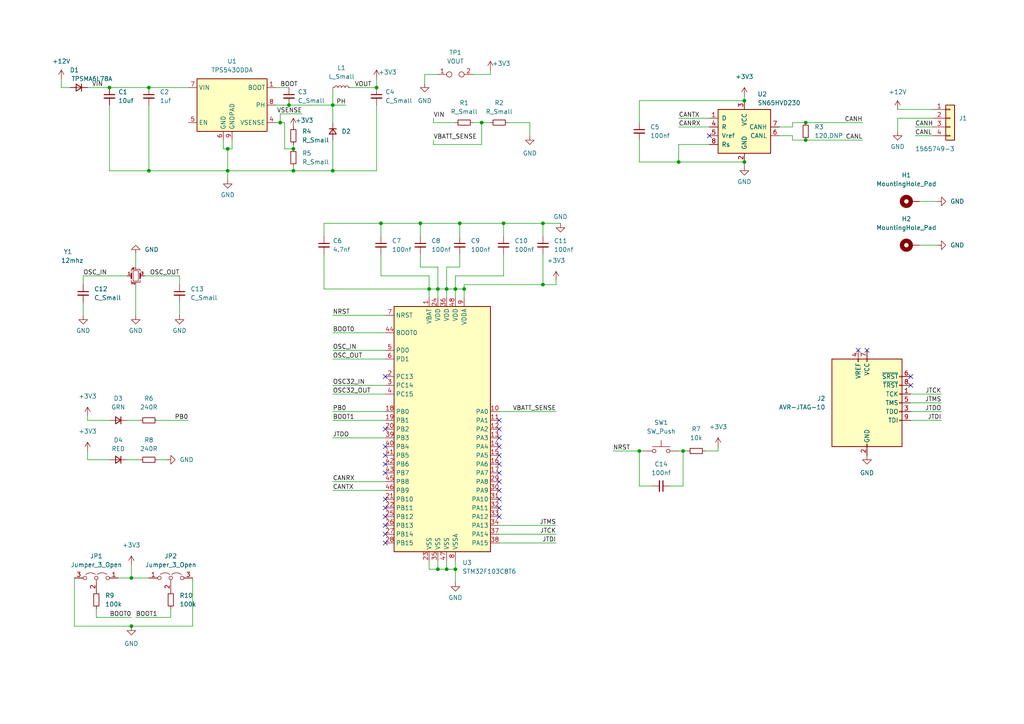
<source format=kicad_sch>
(kicad_sch (version 20211123) (generator eeschema)
  (paper "A4")
  (lib_symbols
    (symbol "Connector:AVR-JTAG-10" (pin_names (offset 1.016))
      (property "Reference" "J" (at -8.89 13.97 0))
      (property "Value" "AVR-JTAG-10" (at 1.27 13.97 0))
      (symbol "AVR-JTAG-10_0_1"
        (rectangle (start -2.667 12.7) (end -2.413 11.938))
        (rectangle (start -0.127 -11.938) (end 0.127 -12.7))
        (rectangle (start -0.127 12.7) (end 0.127 11.938))
        (rectangle (start 10.16 -4.953) (end 9.398 -5.207))
        (rectangle (start 10.16 -2.413) (end 9.398 -2.667))
        (rectangle (start 10.16 0.127) (end 9.398 -0.127))
        (rectangle (start 10.16 2.667) (end 9.398 2.413))
        (rectangle (start 10.16 5.207) (end 9.398 4.953))
        (rectangle (start 10.16 7.747) (end 9.398 7.493))
        (rectangle (start 10.16 12.7) (end -10.16 -12.7) (stroke (width 0.254)) (fill (type background)))
      )
      (symbol "AVR-JTAG-10_1_1"
        (pin passive line (at 12.7 2.54 180) (length 2.54) (name "TCK") (number "1"))
        (pin passive line (at 0 -15.24 90) (length 2.54) hide (name "GND") (number "10"))
        (pin passive line (at 0 -15.24 90) (length 2.54) (name "GND") (number "2"))
        (pin passive line (at 12.7 -2.54 180) (length 2.54) (name "TDO") (number "3"))
        (pin passive line (at -2.54 15.24 270) (length 2.54) (name "VREF") (number "4"))
        (pin passive line (at 12.7 0 180) (length 2.54) (name "TMS") (number "5"))
        (pin passive line (at 12.7 7.62 180) (length 2.54) (name "~{SRST}") (number "6"))
        (pin passive line (at 0 15.24 270) (length 2.54) (name "VCC") (number "7"))
        (pin passive line (at 12.7 5.08 180) (length 2.54) (name "~{TRST}") (number "8"))
        (pin passive line (at 12.7 -5.08 180) (length 2.54) (name "TDI") (number "9"))
      )
    )
    (symbol "Connector:TestPoint_2Pole" (pin_names (offset 0.762) hide)
      (property "Reference" "TP" (at 0 1.524 0))
      (property "Value" "TestPoint_2Pole" (at 0 -1.778 0))
      (symbol "TestPoint_2Pole_0_1"
        (circle (center -1.778 0) (radius 0.762))
        (circle (center 1.778 0) (radius 0.762))
        (pin passive line (at -5.08 0 0) (length 2.54) (name "1") (number "1"))
        (pin passive line (at 5.08 0 180) (length 2.54) (name "2") (number "2"))
      )
    )
    (symbol "Connector_Generic:Conn_01x04" (pin_names (offset 1.016) hide)
      (property "Reference" "J" (at 0 5.08 0))
      (property "Value" "Conn_01x04" (at 0 -7.62 0))
      (symbol "Conn_01x04_1_1"
        (rectangle (start -1.27 -4.953) (end 0 -5.207) (stroke (width 0.1524)))
        (rectangle (start -1.27 -2.413) (end 0 -2.667) (stroke (width 0.1524)))
        (rectangle (start -1.27 0.127) (end 0 -0.127) (stroke (width 0.1524)))
        (rectangle (start -1.27 2.667) (end 0 2.413) (stroke (width 0.1524)))
        (rectangle (start -1.27 3.81) (end 1.27 -6.35) (stroke (width 0.254)) (fill (type background)))
        (pin passive line (at -5.08 2.54 0) (length 3.81) (name "Pin_1") (number "1"))
        (pin passive line (at -5.08 0 0) (length 3.81) (name "Pin_2") (number "2"))
        (pin passive line (at -5.08 -2.54 0) (length 3.81) (name "Pin_3") (number "3"))
        (pin passive line (at -5.08 -5.08 0) (length 3.81) (name "Pin_4") (number "4"))
      )
    )
    (symbol "Device:C_Small" (pin_numbers hide) (pin_names (offset 0.254) hide)
      (property "Reference" "C" (at 0.254 1.778 0))
      (property "Value" "C_Small" (at 0.254 -2.032 0))
      (symbol "C_Small_0_1"
        (polyline (pts (xy -1.524 -0.508) (xy 1.524 -0.508)) (stroke (width 0.3302)))
        (polyline (pts (xy -1.524 0.508) (xy 1.524 0.508)) (stroke (width 0.3048)))
      )
      (symbol "C_Small_1_1"
        (pin passive line (at 0 2.54 270) (length 2.032) (name "~") (number "1"))
        (pin passive line (at 0 -2.54 90) (length 2.032) (name "~") (number "2"))
      )
    )
    (symbol "Device:Crystal_GND24_Small" (pin_names (offset 1.016) hide)
      (property "Reference" "Y" (at 1.27 4.445 0))
      (property "Value" "Crystal_GND24_Small" (at 1.27 2.54 0))
      (symbol "Crystal_GND24_Small_0_1"
        (rectangle (start -0.762 -1.524) (end 0.762 1.524))
        (polyline (pts (xy -1.27 -0.762) (xy -1.27 0.762)) (stroke (width 0.381)))
        (polyline (pts (xy 1.27 -0.762) (xy 1.27 0.762)) (stroke (width 0.381)))
        (polyline (pts (xy -1.27 -1.27) (xy -1.27 -1.905) (xy 1.27 -1.905) (xy 1.27 -1.27)))
        (polyline (pts (xy -1.27 1.27) (xy -1.27 1.905) (xy 1.27 1.905) (xy 1.27 1.27)))
      )
      (symbol "Crystal_GND24_Small_1_1"
        (pin passive line (at -2.54 0 0) (length 1.27) (name "1") (number "1"))
        (pin passive line (at 0 -2.54 90) (length 0.635) (name "2") (number "2"))
        (pin passive line (at 2.54 0 180) (length 1.27) (name "3") (number "3"))
        (pin passive line (at 0 2.54 270) (length 0.635) (name "4") (number "4"))
      )
    )
    (symbol "Device:D_Small" (pin_numbers hide) (pin_names (offset 0.254) hide)
      (property "Reference" "D" (at -1.27 2.032 0))
      (property "Value" "D_Small" (at -3.81 -2.032 0))
      (symbol "D_Small_0_1"
        (polyline (pts (xy -0.762 -1.016) (xy -0.762 1.016)) (stroke (width 0.254)))
        (polyline (pts (xy -0.762 0) (xy 0.762 0)))
        (polyline (pts (xy 0.762 -1.016) (xy -0.762 0) (xy 0.762 1.016) (xy 0.762 -1.016)) (stroke (width 0.254)))
      )
      (symbol "D_Small_1_1"
        (pin passive line (at -2.54 0 0) (length 1.778) (name "K") (number "1"))
        (pin passive line (at 2.54 0 180) (length 1.778) (name "A") (number "2"))
      )
    )
    (symbol "Device:L_Small" (pin_numbers hide) (pin_names (offset 0.254) hide)
      (property "Reference" "L" (at 0.762 1.016 0))
      (property "Value" "L_Small" (at 0.762 -1.016 0))
      (symbol "L_Small_0_1"
        (arc (start 0 -2.032) (mid 0.508 -1.524) (end 0 -1.016))
        (arc (start 0 -1.016) (mid 0.508 -0.508) (end 0 0))
        (arc (start 0 0) (mid 0.508 0.508) (end 0 1.016))
        (arc (start 0 1.016) (mid 0.508 1.524) (end 0 2.032))
      )
      (symbol "L_Small_1_1"
        (pin passive line (at 0 2.54 270) (length 0.508) (name "~") (number "1"))
        (pin passive line (at 0 -2.54 90) (length 0.508) (name "~") (number "2"))
      )
    )
    (symbol "Device:R_Small" (pin_numbers hide) (pin_names (offset 0.254) hide)
      (property "Reference" "R" (at 0.762 0.508 0))
      (property "Value" "R_Small" (at 0.762 -1.016 0))
      (symbol "R_Small_0_1"
        (rectangle (start -0.762 1.778) (end 0.762 -1.778) (stroke (width 0.2032)))
      )
      (symbol "R_Small_1_1"
        (pin passive line (at 0 2.54 270) (length 0.762) (name "~") (number "1"))
        (pin passive line (at 0 -2.54 90) (length 0.762) (name "~") (number "2"))
      )
    )
    (symbol "Interface_CAN_LIN:SN65HVD230" (pin_names (offset 1.016))
      (property "Reference" "U" (at -2.54 10.16 0))
      (property "Value" "SN65HVD230" (at -2.54 7.62 0))
      (symbol "SN65HVD230_0_1"
        (rectangle (start -7.62 5.08) (end 7.62 -7.62) (stroke (width 0.254)) (fill (type background)))
      )
      (symbol "SN65HVD230_1_1"
        (pin input line (at -10.16 2.54 0) (length 2.54) (name "D") (number "1"))
        (pin power_in line (at 0 -10.16 90) (length 2.54) (name "GND") (number "2"))
        (pin power_in line (at 0 7.62 270) (length 2.54) (name "VCC") (number "3"))
        (pin output line (at -10.16 0 0) (length 2.54) (name "R") (number "4"))
        (pin output line (at -10.16 -2.54 0) (length 2.54) (name "Vref") (number "5"))
        (pin bidirectional line (at 10.16 -2.54 180) (length 2.54) (name "CANL") (number "6"))
        (pin bidirectional line (at 10.16 0 180) (length 2.54) (name "CANH") (number "7"))
        (pin input line (at -10.16 -5.08 0) (length 2.54) (name "Rs") (number "8"))
      )
    )
    (symbol "Jumper:Jumper_3_Open" (pin_names (offset 0) hide)
      (property "Reference" "JP" (at -2.54 -2.54 0))
      (property "Value" "Jumper_3_Open" (at 0 2.794 0))
      (symbol "Jumper_3_Open_0_0"
        (circle (center -3.302 0) (radius 0.508))
        (circle (center 0 0) (radius 0.508))
        (circle (center 3.302 0) (radius 0.508))
      )
      (symbol "Jumper_3_Open_0_1"
        (arc (start -0.254 1.016) (mid -1.651 1.4992) (end -3.048 1.016))
        (polyline (pts (xy 0 -0.508) (xy 0 -1.27)))
        (arc (start 3.048 1.016) (mid 1.651 1.4992) (end 0.254 1.016))
      )
      (symbol "Jumper_3_Open_1_1"
        (pin passive line (at -6.35 0 0) (length 2.54) (name "A") (number "1"))
        (pin passive line (at 0 -3.81 90) (length 2.54) (name "C") (number "2"))
        (pin passive line (at 6.35 0 180) (length 2.54) (name "B") (number "3"))
      )
    )
    (symbol "MCU_ST_STM32F1:STM32F103C8Tx"
      (property "Reference" "U" (at -15.24 36.83 0))
      (property "Value" "STM32F103C8Tx" (at 7.62 36.83 0))
      (symbol "STM32F103C8Tx_0_1"
        (rectangle (start -15.24 -35.56) (end 12.7 35.56) (stroke (width 0.254)) (fill (type background)))
      )
      (symbol "STM32F103C8Tx_1_1"
        (pin power_in line (at -5.08 38.1 270) (length 2.54) (name "VBAT") (number "1"))
        (pin bidirectional line (at 15.24 5.08 180) (length 2.54) (name "PA0") (number "10"))
        (pin bidirectional line (at 15.24 2.54 180) (length 2.54) (name "PA1") (number "11"))
        (pin bidirectional line (at 15.24 0 180) (length 2.54) (name "PA2") (number "12"))
        (pin bidirectional line (at 15.24 -2.54 180) (length 2.54) (name "PA3") (number "13"))
        (pin bidirectional line (at 15.24 -5.08 180) (length 2.54) (name "PA4") (number "14"))
        (pin bidirectional line (at 15.24 -7.62 180) (length 2.54) (name "PA5") (number "15"))
        (pin bidirectional line (at 15.24 -10.16 180) (length 2.54) (name "PA6") (number "16"))
        (pin bidirectional line (at 15.24 -12.7 180) (length 2.54) (name "PA7") (number "17"))
        (pin bidirectional line (at -17.78 5.08 0) (length 2.54) (name "PB0") (number "18"))
        (pin bidirectional line (at -17.78 2.54 0) (length 2.54) (name "PB1") (number "19"))
        (pin bidirectional line (at -17.78 15.24 0) (length 2.54) (name "PC13") (number "2"))
        (pin bidirectional line (at -17.78 0 0) (length 2.54) (name "PB2") (number "20"))
        (pin bidirectional line (at -17.78 -20.32 0) (length 2.54) (name "PB10") (number "21"))
        (pin bidirectional line (at -17.78 -22.86 0) (length 2.54) (name "PB11") (number "22"))
        (pin power_in line (at -5.08 -38.1 90) (length 2.54) (name "VSS") (number "23"))
        (pin power_in line (at -2.54 38.1 270) (length 2.54) (name "VDD") (number "24"))
        (pin bidirectional line (at -17.78 -25.4 0) (length 2.54) (name "PB12") (number "25"))
        (pin bidirectional line (at -17.78 -27.94 0) (length 2.54) (name "PB13") (number "26"))
        (pin bidirectional line (at -17.78 -30.48 0) (length 2.54) (name "PB14") (number "27"))
        (pin bidirectional line (at -17.78 -33.02 0) (length 2.54) (name "PB15") (number "28"))
        (pin bidirectional line (at 15.24 -15.24 180) (length 2.54) (name "PA8") (number "29"))
        (pin bidirectional line (at -17.78 12.7 0) (length 2.54) (name "PC14") (number "3"))
        (pin bidirectional line (at 15.24 -17.78 180) (length 2.54) (name "PA9") (number "30"))
        (pin bidirectional line (at 15.24 -20.32 180) (length 2.54) (name "PA10") (number "31"))
        (pin bidirectional line (at 15.24 -22.86 180) (length 2.54) (name "PA11") (number "32"))
        (pin bidirectional line (at 15.24 -25.4 180) (length 2.54) (name "PA12") (number "33"))
        (pin bidirectional line (at 15.24 -27.94 180) (length 2.54) (name "PA13") (number "34"))
        (pin power_in line (at -2.54 -38.1 90) (length 2.54) (name "VSS") (number "35"))
        (pin power_in line (at 0 38.1 270) (length 2.54) (name "VDD") (number "36"))
        (pin bidirectional line (at 15.24 -30.48 180) (length 2.54) (name "PA14") (number "37"))
        (pin bidirectional line (at 15.24 -33.02 180) (length 2.54) (name "PA15") (number "38"))
        (pin bidirectional line (at -17.78 -2.54 0) (length 2.54) (name "PB3") (number "39"))
        (pin bidirectional line (at -17.78 10.16 0) (length 2.54) (name "PC15") (number "4"))
        (pin bidirectional line (at -17.78 -5.08 0) (length 2.54) (name "PB4") (number "40"))
        (pin bidirectional line (at -17.78 -7.62 0) (length 2.54) (name "PB5") (number "41"))
        (pin bidirectional line (at -17.78 -10.16 0) (length 2.54) (name "PB6") (number "42"))
        (pin bidirectional line (at -17.78 -12.7 0) (length 2.54) (name "PB7") (number "43"))
        (pin input line (at -17.78 27.94 0) (length 2.54) (name "BOOT0") (number "44"))
        (pin bidirectional line (at -17.78 -15.24 0) (length 2.54) (name "PB8") (number "45"))
        (pin bidirectional line (at -17.78 -17.78 0) (length 2.54) (name "PB9") (number "46"))
        (pin power_in line (at 0 -38.1 90) (length 2.54) (name "VSS") (number "47"))
        (pin power_in line (at 2.54 38.1 270) (length 2.54) (name "VDD") (number "48"))
        (pin input line (at -17.78 22.86 0) (length 2.54) (name "PD0") (number "5"))
        (pin input line (at -17.78 20.32 0) (length 2.54) (name "PD1") (number "6"))
        (pin input line (at -17.78 33.02 0) (length 2.54) (name "NRST") (number "7"))
        (pin power_in line (at 2.54 -38.1 90) (length 2.54) (name "VSSA") (number "8"))
        (pin power_in line (at 5.08 38.1 270) (length 2.54) (name "VDDA") (number "9"))
      )
    )
    (symbol "Mechanical:MountingHole_Pad" (pin_numbers hide) (pin_names (offset 1.016) hide)
      (property "Reference" "H" (at 0 6.35 0))
      (property "Value" "MountingHole_Pad" (at 0 4.445 0))
      (symbol "MountingHole_Pad_0_1"
        (circle (center 0 1.27) (radius 1.27) (stroke (width 1.27)))
      )
      (symbol "MountingHole_Pad_1_1"
        (pin input line (at 0 -2.54 90) (length 2.54) (name "1") (number "1"))
      )
    )
    (symbol "Regulator_Switching:TPS5430DDA"
      (property "Reference" "U" (at -10.16 8.89 0))
      (property "Value" "TPS5430DDA" (at -1.27 8.89 0))
      (symbol "TPS5430DDA_0_1"
        (rectangle (start -10.16 7.62) (end 10.16 -7.62) (stroke (width 0.254)) (fill (type background)))
      )
      (symbol "TPS5430DDA_1_1"
        (pin input line (at 12.7 5.08 180) (length 2.54) (name "BOOT") (number "1"))
        (pin no_connect line (at -10.16 2.54 0) (length 2.54) hide (name "NC") (number "2"))
        (pin no_connect line (at -10.16 -2.54 0) (length 2.54) hide (name "NC") (number "3"))
        (pin input line (at 12.7 -5.08 180) (length 2.54) (name "VSENSE") (number "4"))
        (pin input line (at -12.7 -5.08 0) (length 2.54) (name "EN") (number "5"))
        (pin power_in line (at -2.54 -10.16 90) (length 2.54) (name "GND") (number "6"))
        (pin power_in line (at -12.7 5.08 0) (length 2.54) (name "VIN") (number "7"))
        (pin output line (at 12.7 0 180) (length 2.54) (name "PH") (number "8"))
        (pin power_in line (at 0 -10.16 90) (length 2.54) (name "GNDPAD") (number "9"))
      )
    )
    (symbol "Switch:SW_Push" (pin_numbers hide) (pin_names (offset 1.016) hide)
      (property "Reference" "SW" (at 1.27 2.54 0))
      (property "Value" "SW_Push" (at 0 -1.524 0))
      (symbol "SW_Push_0_1"
        (circle (center -2.032 0) (radius 0.508))
        (polyline (pts (xy 0 1.27) (xy 0 3.048)))
        (polyline (pts (xy 2.54 1.27) (xy -2.54 1.27)))
        (circle (center 2.032 0) (radius 0.508))
        (pin passive line (at -5.08 0 0) (length 2.54) (name "1") (number "1"))
        (pin passive line (at 5.08 0 180) (length 2.54) (name "2") (number "2"))
      )
    )
    (symbol "power:+12V" (power) (pin_names (offset 0))
      (property "Value" "+12V" (at 0 3.556 0))
      (symbol "+12V_0_1"
        (polyline (pts (xy -0.762 1.27) (xy 0 2.54)))
        (polyline (pts (xy 0 0) (xy 0 2.54)))
        (polyline (pts (xy 0 2.54) (xy 0.762 1.27)))
      )
      (symbol "+12V_1_1"
        (pin power_in line (at 0 0 90) (length 0) hide (name "+12V") (number "1"))
      )
    )
    (symbol "power:+3V3" (power) (pin_names (offset 0))
      (property "Value" "+3V3" (at 0 3.556 0))
      (symbol "+3V3_0_1"
        (polyline (pts (xy -0.762 1.27) (xy 0 2.54)))
        (polyline (pts (xy 0 0) (xy 0 2.54)))
        (polyline (pts (xy 0 2.54) (xy 0.762 1.27)))
      )
      (symbol "+3V3_1_1"
        (pin power_in line (at 0 0 90) (length 0) hide (name "+3V3") (number "1"))
      )
    )
    (symbol "power:GND" (power) (pin_names (offset 0))
      (property "Value" "GND" (at 0 -3.81 0))
      (symbol "GND_0_1"
        (polyline (pts (xy 0 0) (xy 0 -1.27) (xy 1.27 -1.27) (xy 0 -2.54) (xy -1.27 -1.27) (xy 0 -1.27)))
      )
      (symbol "GND_1_1"
        (pin power_in line (at 0 0 270) (length 0) hide (name "GND") (number "1"))
      )
    )
  )
  (junction (at 196.85 46.99))
  (junction (at 146.05 64.77))
  (junction (at 198.12 130.81))
  (junction (at 109.22 25.4))
  (junction (at 129.54 165.1))
  (junction (at 83.82 30.48))
  (junction (at 132.08 165.1))
  (junction (at 129.54 83.82))
  (junction (at 132.08 83.82))
  (junction (at 85.09 43.18))
  (junction (at 124.46 83.82))
  (junction (at 110.49 64.77))
  (junction (at 96.52 30.48))
  (junction (at 66.04 43.18))
  (junction (at 134.62 83.82))
  (junction (at 157.48 64.77))
  (junction (at 43.18 25.4))
  (junction (at 96.52 49.53))
  (junction (at 121.92 64.77))
  (junction (at 127 83.82))
  (junction (at 127 165.1))
  (junction (at 81.28 35.56))
  (junction (at 185.42 130.81))
  (junction (at 233.68 35.56))
  (junction (at 139.7 35.56))
  (junction (at 66.04 49.53))
  (junction (at 31.75 25.4))
  (junction (at 215.9 46.99))
  (junction (at 215.9 29.21))
  (junction (at 43.18 49.53))
  (junction (at 38.1 181.61))
  (junction (at 157.48 82.55))
  (junction (at 133.35 64.77))
  (junction (at 233.68 40.64))
  (junction (at 85.09 49.53))
  (junction (at 38.1 167.64))
  (no_connect (at 144.78 129.54))
  (no_connect (at 144.78 127))
  (no_connect (at 111.76 157.48))
  (no_connect (at 111.76 144.78))
  (no_connect (at 111.76 132.08))
  (no_connect (at 111.76 129.54))
  (no_connect (at 111.76 124.46))
  (no_connect (at 111.76 134.62))
  (no_connect (at 111.76 137.16))
  (no_connect (at 111.76 152.4))
  (no_connect (at 144.78 139.7))
  (no_connect (at 144.78 137.16))
  (no_connect (at 111.76 154.94))
  (no_connect (at 144.78 124.46))
  (no_connect (at 144.78 149.86))
  (no_connect (at 251.46 101.6))
  (no_connect (at 205.74 39.37))
  (no_connect (at 144.78 147.32))
  (no_connect (at 144.78 134.62))
  (no_connect (at 144.78 132.08))
  (no_connect (at 111.76 109.22))
  (no_connect (at 111.76 147.32))
  (no_connect (at 111.76 149.86))
  (no_connect (at 144.78 142.24))
  (no_connect (at 144.78 144.78))
  (no_connect (at 248.92 101.6))
  (no_connect (at 264.16 109.22))
  (no_connect (at 264.16 111.76))
  (no_connect (at 144.78 121.92))
  (wire (pts (xy 85.09 49.53) (xy 85.09 48.26)))
  (wire (pts (xy 36.83 121.92) (xy 40.64 121.92)))
  (wire (pts (xy 198.12 130.81) (xy 198.12 140.97)))
  (wire (pts (xy 64.77 43.18) (xy 66.04 43.18)))
  (wire (pts (xy 96.52 127) (xy 111.76 127)))
  (wire (pts (xy 127 165.1) (xy 129.54 165.1)))
  (wire (pts (xy 52.07 87.63) (xy 52.07 91.44)))
  (wire (pts (xy 27.94 176.53) (xy 27.94 179.07)))
  (wire (pts (xy 96.52 104.14) (xy 111.76 104.14)))
  (wire (pts (xy 132.08 83.82) (xy 132.08 86.36)))
  (wire (pts (xy 229.87 35.56) (xy 233.68 35.56)))
  (wire (pts (xy 260.35 34.29) (xy 260.35 38.1)))
  (wire (pts (xy 133.35 73.66) (xy 133.35 77.47)))
  (wire (pts (xy 133.35 64.77) (xy 146.05 64.77)))
  (wire (pts (xy 96.52 119.38) (xy 111.76 119.38)))
  (wire (pts (xy 233.68 40.64) (xy 250.19 40.64)))
  (wire (pts (xy 110.49 80.01) (xy 124.46 80.01)))
  (wire (pts (xy 124.46 80.01) (xy 124.46 83.82)))
  (wire (pts (xy 124.46 83.82) (xy 124.46 86.36)))
  (wire (pts (xy 139.7 35.56) (xy 142.24 35.56)))
  (wire (pts (xy 31.75 25.4) (xy 43.18 25.4)))
  (wire (pts (xy 81.28 35.56) (xy 82.55 35.56)))
  (wire (pts (xy 185.42 46.99) (xy 196.85 46.99)))
  (wire (pts (xy 24.13 80.01) (xy 36.83 80.01)))
  (wire (pts (xy 129.54 83.82) (xy 132.08 83.82)))
  (wire (pts (xy 121.92 64.77) (xy 121.92 68.58)))
  (wire (pts (xy 36.83 133.35) (xy 40.64 133.35)))
  (wire (pts (xy 205.74 41.91) (xy 196.85 41.91)))
  (wire (pts (xy 132.08 80.01) (xy 132.08 83.82)))
  (wire (pts (xy 25.4 25.4) (xy 31.75 25.4)))
  (wire (pts (xy 124.46 162.56) (xy 124.46 165.1)))
  (wire (pts (xy 215.9 29.21) (xy 185.42 29.21)))
  (wire (pts (xy 45.72 133.35) (xy 48.26 133.35)))
  (wire (pts (xy 125.73 35.56) (xy 132.08 35.56)))
  (wire (pts (xy 146.05 64.77) (xy 146.05 68.58)))
  (wire (pts (xy 142.24 20.32) (xy 142.24 21.59)))
  (wire (pts (xy 96.52 114.3) (xy 111.76 114.3)))
  (wire (pts (xy 161.29 81.28) (xy 161.29 82.55)))
  (wire (pts (xy 127 83.82) (xy 129.54 83.82)))
  (wire (pts (xy 226.06 36.83) (xy 229.87 36.83)))
  (wire (pts (xy 208.28 130.81) (xy 204.47 130.81)))
  (wire (pts (xy 24.13 82.55) (xy 24.13 80.01)))
  (wire (pts (xy 80.01 35.56) (xy 81.28 35.56)))
  (wire (pts (xy 162.56 64.77) (xy 157.48 64.77)))
  (wire (pts (xy 196.85 41.91) (xy 196.85 46.99)))
  (wire (pts (xy 186.69 130.81) (xy 185.42 130.81)))
  (wire (pts (xy 125.73 40.64) (xy 125.73 41.91)))
  (wire (pts (xy 93.98 68.58) (xy 93.98 64.77)))
  (wire (pts (xy 81.28 33.02) (xy 87.63 33.02)))
  (wire (pts (xy 82.55 43.18) (xy 85.09 43.18)))
  (wire (pts (xy 83.82 30.48) (xy 96.52 30.48)))
  (wire (pts (xy 25.4 130.81) (xy 25.4 133.35)))
  (wire (pts (xy 45.72 121.92) (xy 54.61 121.92)))
  (wire (pts (xy 38.1 167.64) (xy 43.18 167.64)))
  (wire (pts (xy 134.62 82.55) (xy 134.62 83.82)))
  (wire (pts (xy 265.43 39.37) (xy 270.51 39.37)))
  (wire (pts (xy 43.18 25.4) (xy 54.61 25.4)))
  (wire (pts (xy 24.13 87.63) (xy 24.13 91.44)))
  (wire (pts (xy 185.42 140.97) (xy 189.23 140.97)))
  (wire (pts (xy 38.1 167.64) (xy 34.29 167.64)))
  (wire (pts (xy 142.24 21.59) (xy 137.16 21.59)))
  (wire (pts (xy 266.7 71.12) (xy 271.78 71.12)))
  (wire (pts (xy 139.7 41.91) (xy 139.7 35.56)))
  (wire (pts (xy 66.04 49.53) (xy 85.09 49.53)))
  (wire (pts (xy 144.78 157.48) (xy 161.29 157.48)))
  (wire (pts (xy 196.85 36.83) (xy 205.74 36.83)))
  (wire (pts (xy 109.22 22.86) (xy 109.22 25.4)))
  (wire (pts (xy 41.91 80.01) (xy 52.07 80.01)))
  (wire (pts (xy 96.52 121.92) (xy 111.76 121.92)))
  (wire (pts (xy 64.77 40.64) (xy 64.77 43.18)))
  (wire (pts (xy 93.98 64.77) (xy 110.49 64.77)))
  (wire (pts (xy 199.39 130.81) (xy 198.12 130.81)))
  (wire (pts (xy 25.4 120.65) (xy 25.4 121.92)))
  (wire (pts (xy 134.62 83.82) (xy 134.62 86.36)))
  (wire (pts (xy 229.87 39.37) (xy 229.87 40.64)))
  (wire (pts (xy 55.88 181.61) (xy 38.1 181.61)))
  (wire (pts (xy 96.52 49.53) (xy 85.09 49.53)))
  (wire (pts (xy 196.85 34.29) (xy 205.74 34.29)))
  (wire (pts (xy 198.12 130.81) (xy 196.85 130.81)))
  (wire (pts (xy 132.08 83.82) (xy 134.62 83.82)))
  (wire (pts (xy 96.52 91.44) (xy 111.76 91.44)))
  (wire (pts (xy 177.8 130.81) (xy 185.42 130.81)))
  (wire (pts (xy 123.19 21.59) (xy 127 21.59)))
  (wire (pts (xy 185.42 40.64) (xy 185.42 46.99)))
  (wire (pts (xy 127 83.82) (xy 127 86.36)))
  (wire (pts (xy 264.16 116.84) (xy 273.05 116.84)))
  (wire (pts (xy 66.04 43.18) (xy 67.31 43.18)))
  (wire (pts (xy 153.67 35.56) (xy 147.32 35.56)))
  (wire (pts (xy 121.92 77.47) (xy 127 77.47)))
  (wire (pts (xy 109.22 49.53) (xy 96.52 49.53)))
  (wire (pts (xy 146.05 64.77) (xy 157.48 64.77)))
  (wire (pts (xy 127 162.56) (xy 127 165.1)))
  (wire (pts (xy 144.78 119.38) (xy 161.29 119.38)))
  (wire (pts (xy 196.85 46.99) (xy 215.9 46.99)))
  (wire (pts (xy 264.16 114.3) (xy 273.05 114.3)))
  (wire (pts (xy 229.87 40.64) (xy 233.68 40.64)))
  (wire (pts (xy 96.52 96.52) (xy 111.76 96.52)))
  (wire (pts (xy 132.08 165.1) (xy 132.08 168.91)))
  (wire (pts (xy 96.52 35.56) (xy 96.52 30.48)))
  (wire (pts (xy 129.54 165.1) (xy 132.08 165.1)))
  (wire (pts (xy 21.59 167.64) (xy 21.59 181.61)))
  (wire (pts (xy 31.75 30.48) (xy 31.75 49.53)))
  (wire (pts (xy 49.53 176.53) (xy 49.53 179.07)))
  (wire (pts (xy 93.98 83.82) (xy 124.46 83.82)))
  (wire (pts (xy 39.37 73.66) (xy 39.37 77.47)))
  (wire (pts (xy 80.01 30.48) (xy 83.82 30.48)))
  (wire (pts (xy 215.9 27.94) (xy 215.9 29.21)))
  (wire (pts (xy 185.42 29.21) (xy 185.42 35.56)))
  (wire (pts (xy 157.48 64.77) (xy 157.48 68.58)))
  (wire (pts (xy 127 77.47) (xy 127 83.82)))
  (wire (pts (xy 264.16 121.92) (xy 273.05 121.92)))
  (wire (pts (xy 129.54 162.56) (xy 129.54 165.1)))
  (wire (pts (xy 38.1 163.83) (xy 38.1 167.64)))
  (wire (pts (xy 110.49 64.77) (xy 121.92 64.77)))
  (wire (pts (xy 82.55 35.56) (xy 82.55 43.18)))
  (wire (pts (xy 144.78 154.94) (xy 161.29 154.94)))
  (wire (pts (xy 85.09 43.18) (xy 85.09 41.91)))
  (wire (pts (xy 52.07 80.01) (xy 52.07 82.55)))
  (wire (pts (xy 93.98 73.66) (xy 93.98 83.82)))
  (wire (pts (xy 96.52 111.76) (xy 111.76 111.76)))
  (wire (pts (xy 125.73 41.91) (xy 139.7 41.91)))
  (wire (pts (xy 96.52 25.4) (xy 96.52 30.48)))
  (wire (pts (xy 233.68 35.56) (xy 250.19 35.56)))
  (wire (pts (xy 81.28 33.02) (xy 81.28 35.56)))
  (wire (pts (xy 260.35 31.75) (xy 270.51 31.75)))
  (wire (pts (xy 121.92 73.66) (xy 121.92 77.47)))
  (wire (pts (xy 96.52 142.24) (xy 111.76 142.24)))
  (wire (pts (xy 25.4 121.92) (xy 31.75 121.92)))
  (wire (pts (xy 110.49 73.66) (xy 110.49 80.01)))
  (wire (pts (xy 39.37 179.07) (xy 49.53 179.07)))
  (wire (pts (xy 229.87 36.83) (xy 229.87 35.56)))
  (wire (pts (xy 137.16 35.56) (xy 139.7 35.56)))
  (wire (pts (xy 157.48 82.55) (xy 134.62 82.55)))
  (wire (pts (xy 38.1 179.07) (xy 27.94 179.07)))
  (wire (pts (xy 264.16 119.38) (xy 273.05 119.38)))
  (wire (pts (xy 215.9 48.26) (xy 215.9 46.99)))
  (wire (pts (xy 146.05 73.66) (xy 146.05 80.01)))
  (wire (pts (xy 39.37 82.55) (xy 39.37 91.44)))
  (wire (pts (xy 96.52 101.6) (xy 111.76 101.6)))
  (wire (pts (xy 109.22 30.48) (xy 109.22 49.53)))
  (wire (pts (xy 110.49 68.58) (xy 110.49 64.77)))
  (wire (pts (xy 96.52 139.7) (xy 111.76 139.7)))
  (wire (pts (xy 121.92 64.77) (xy 133.35 64.77)))
  (wire (pts (xy 208.28 129.54) (xy 208.28 130.81)))
  (wire (pts (xy 266.7 58.42) (xy 271.78 58.42)))
  (wire (pts (xy 132.08 162.56) (xy 132.08 165.1)))
  (wire (pts (xy 66.04 43.18) (xy 66.04 49.53)))
  (wire (pts (xy 260.35 34.29) (xy 270.51 34.29)))
  (wire (pts (xy 144.78 152.4) (xy 161.29 152.4)))
  (wire (pts (xy 125.73 34.29) (xy 125.73 35.56)))
  (wire (pts (xy 153.67 39.37) (xy 153.67 35.56)))
  (wire (pts (xy 25.4 133.35) (xy 31.75 133.35)))
  (wire (pts (xy 55.88 167.64) (xy 55.88 181.61)))
  (wire (pts (xy 67.31 43.18) (xy 67.31 40.64)))
  (wire (pts (xy 96.52 40.64) (xy 96.52 49.53)))
  (wire (pts (xy 146.05 80.01) (xy 132.08 80.01)))
  (wire (pts (xy 157.48 73.66) (xy 157.48 82.55)))
  (wire (pts (xy 80.01 25.4) (xy 83.82 25.4)))
  (wire (pts (xy 265.43 36.83) (xy 270.51 36.83)))
  (wire (pts (xy 133.35 64.77) (xy 133.35 68.58)))
  (wire (pts (xy 185.42 130.81) (xy 185.42 140.97)))
  (wire (pts (xy 161.29 82.55) (xy 157.48 82.55)))
  (wire (pts (xy 226.06 39.37) (xy 229.87 39.37)))
  (wire (pts (xy 66.04 49.53) (xy 66.04 52.07)))
  (wire (pts (xy 43.18 49.53) (xy 66.04 49.53)))
  (wire (pts (xy 198.12 140.97) (xy 194.31 140.97)))
  (wire (pts (xy 20.32 25.4) (xy 17.78 25.4)))
  (wire (pts (xy 124.46 83.82) (xy 127 83.82)))
  (wire (pts (xy 124.46 165.1) (xy 127 165.1)))
  (wire (pts (xy 129.54 83.82) (xy 129.54 86.36)))
  (wire (pts (xy 123.19 24.13) (xy 123.19 21.59)))
  (wire (pts (xy 17.78 25.4) (xy 17.78 22.86)))
  (wire (pts (xy 43.18 30.48) (xy 43.18 49.53)))
  (wire (pts (xy 101.6 25.4) (xy 109.22 25.4)))
  (wire (pts (xy 133.35 77.47) (xy 129.54 77.47)))
  (wire (pts (xy 31.75 49.53) (xy 43.18 49.53)))
  (wire (pts (xy 96.52 30.48) (xy 100.33 30.48)))
  (wire (pts (xy 129.54 77.47) (xy 129.54 83.82)))
  (wire (pts (xy 21.59 181.61) (xy 38.1 181.61)))
  (label "VOUT" (at 102.87 25.4 0))
  (label "VBATT_SENSE" (at 125.73 40.64 0))
  (label "BOOT0" (at 96.52 96.52 0))
  (label "PB0" (at 54.61 121.92 180))
  (label "OSC32_OUT" (at 96.52 114.3 0))
  (label "JTDI" (at 273.05 121.92 180))
  (label "CANH" (at 265.43 36.83 0))
  (label "OSC_IN" (at 96.52 101.6 0))
  (label "BOOT1" (at 39.37 179.07 0))
  (label "CANRX" (at 96.52 139.7 0))
  (label "VIN" (at 26.67 25.4 0))
  (label "VSENSE" (at 87.63 33.02 180))
  (label "OSC_OUT" (at 96.52 104.14 0))
  (label "OSC_IN" (at 24.13 80.01 0))
  (label "JTDI" (at 161.29 157.48 180))
  (label "CANRX" (at 196.85 36.83 0))
  (label "CANL" (at 265.43 39.37 0))
  (label "JTDO" (at 96.52 127 0))
  (label "NRST" (at 177.8 130.81 0))
  (label "OSC_OUT" (at 52.07 80.01 180))
  (label "PB0" (at 96.52 119.38 0))
  (label "BOOT" (at 81.28 25.4 0))
  (label "CANTX" (at 96.52 142.24 0))
  (label "CANTX" (at 196.85 34.29 0))
  (label "JTCK" (at 161.29 154.94 180))
  (label "NRST" (at 96.52 91.44 0))
  (label "CANH" (at 250.19 35.56 180))
  (label "PH" (at 100.33 30.48 180))
  (label "JTDO" (at 273.05 119.38 180))
  (label "JTCK" (at 273.05 114.3 180))
  (label "VBATT_SENSE" (at 161.29 119.38 180))
  (label "OSC32_IN" (at 96.52 111.76 0))
  (label "BOOT1" (at 96.52 121.92 0))
  (label "VIN" (at 125.73 34.29 0))
  (label "JTMS" (at 273.05 116.84 180))
  (label "CANL" (at 250.19 40.64 180))
  (label "JTMS" (at 161.29 152.4 180))
  (label "BOOT0" (at 38.1 179.07 180))
  (symbol (lib_id "Switch:SW_Push") (at 191.77 130.81 0) (unit 1)
    (property "Reference" "SW1" (at 191.77 122.555 0))
    (property "Value" "SW_Push" (at 191.77 125.095 0))
    (property "Footprint" "ConeCodes:SW_RS-032G05A3-SMRT" (effects hide))
  )
  (symbol (lib_id "power:GND") (at 52.07 91.44 0) (unit 1)
    (property "Reference" "#PWR019" (effects hide))
    (property "Value" "GND" (at 52.07 95.885 0))
  )
  (symbol (lib_id "Device:C_Small") (at 110.49 71.12 0) (unit 1)
    (property "Reference" "C7" (at 113.665 69.8562 0) (effects (justify left)))
    (property "Value" "100nf" (at 113.665 72.3962 0) (effects (justify left)))
    (property "Footprint" "Capacitor_SMD:C_0402_1005Metric" (effects hide))
  )
  (symbol (lib_id "Connector_Generic:Conn_01x04") (at 275.59 34.29 0) (unit 1)
    (property "Reference" "J1" (at 278.13 34.2899 0) (effects (justify left)))
    (property "Value" "1565749-3" (at 265.43 43.18 0) (effects (justify left)))
    (property "Footprint" "ConeCodes:1565749-3" (effects hide))
  )
  (symbol (lib_id "Device:C_Small") (at 83.82 27.94 0) (unit 1)
    (property "Reference" "C3" (at 86.36 26.6762 0) (effects (justify left)))
    (property "Value" "C_Small" (at 86.36 29.2162 0) (effects (justify left)))
    (property "Footprint" "Capacitor_SMD:C_0805_2012Metric" (effects hide))
  )
  (symbol (lib_id "Device:C_Small") (at 31.75 27.94 0) (unit 1)
    (property "Reference" "C1" (at 34.29 26.6762 0) (effects (justify left)))
    (property "Value" "10uf" (at 34.29 29.2162 0) (effects (justify left)))
    (property "Footprint" "Capacitor_SMD:C_0805_2012Metric" (effects hide))
  )
  (symbol (lib_id "Interface_CAN_LIN:SN65HVD230") (at 215.9 36.83 0) (unit 1)
    (property "Reference" "U2" (at 219.71 27.305 0) (effects (justify left)))
    (property "Value" "SN65HVD230" (at 219.71 29.845 0) (effects (justify left)))
    (property "Footprint" "Package_SO:SOIC-8_3.9x4.9mm_P1.27mm" (effects hide))
    (property "Datasheet" "http://www.ti.com/lit/ds/symlink/sn65hvd230.pdf" (effects hide))
  )
  (symbol (lib_id "power:+12V") (at 260.35 31.75 0) (unit 1)
    (property "Reference" "#PWR06" (effects hide))
    (property "Value" "+12V" (at 260.35 26.67 0))
  )
  (symbol (lib_id "Device:R_Small") (at 27.94 173.99 0) (unit 1)
    (property "Reference" "R9" (at 30.48 172.7199 0) (effects (justify left)))
    (property "Value" "100k" (at 30.48 175.2599 0) (effects (justify left)))
    (property "Footprint" "Resistor_SMD:R_0402_1005Metric" (effects hide))
  )
  (symbol (lib_id "power:+3V3") (at 38.1 163.83 0) (unit 1)
    (property "Reference" "#PWR025" (effects hide))
    (property "Value" "+3V3" (at 38.1 158.115 0))
  )
  (symbol (lib_id "power:+3V3") (at 142.24 20.32 0) (unit 1)
    (property "Reference" "#PWR01" (effects hide))
    (property "Value" "+3V3" (at 145.415 18.415 0))
  )
  (symbol (lib_id "Connector:AVR-JTAG-10") (at 251.46 116.84 0) (unit 1)
    (property "Reference" "J2" (at 239.395 115.5699 0) (effects (justify right)))
    (property "Value" "AVR-JTAG-10" (at 239.395 118.1099 0) (effects (justify right)))
    (property "Footprint" "Connector_PinHeader_1.27mm:PinHeader_2x06_P1.27mm_Vertical_SMD" (effects hide))
    (property "Datasheet" " ~" (effects hide))
  )
  (symbol (lib_id "Mechanical:MountingHole_Pad") (at 264.16 58.42 90) (unit 1)
    (property "Reference" "H1" (at 262.89 50.8 90))
    (property "Value" "MountingHole_Pad" (at 262.89 53.34 90))
    (property "Footprint" "MountingHole:MountingHole_3.2mm_M3_Pad_Via" (effects hide))
  )
  (symbol (lib_id "power:+3V3") (at 25.4 130.81 0) (unit 1)
    (property "Reference" "#PWR022" (effects hide))
    (property "Value" "+3V3" (at 25.4 125.095 0))
  )
  (symbol (lib_id "Device:D_Small") (at 34.29 133.35 180) (unit 1)
    (property "Reference" "D4" (at 34.29 127.635 0))
    (property "Value" "RED" (at 34.29 130.175 0))
    (property "Footprint" "LED_SMD:LED_0603_1608Metric" (effects hide))
  )
  (symbol (lib_id "MCU_ST_STM32F1:STM32F103C8Tx") (at 129.54 124.46 0) (unit 1)
    (property "Reference" "U3" (at 134.0994 163.195 0) (effects (justify left)))
    (property "Value" "STM32F103C8T6" (at 134.0994 165.735 0) (effects (justify left)))
    (property "Footprint" "Package_QFP:LQFP-48_7x7mm_P0.5mm" (effects hide))
    (property "Datasheet" "http://www.st.com/st-web-ui/static/active/en/resource/technical/document/datasheet/CD00161566.pdf" (effects hide))
    (property "LCSC" "STM32F103C8T6" (effects hide))
  )
  (symbol (lib_id "Device:Crystal_GND24_Small") (at 39.37 80.01 0) (unit 1)
    (property "Reference" "Y1" (at 19.685 73.025 0))
    (property "Value" "12mhz" (at 20.955 75.565 0))
    (property "Footprint" "Crystal:Crystal_SMD_3225-4Pin_3.2x2.5mm" (effects hide))
    (property "LCSC" "C9002" (effects hide))
    (property "MPN" "12MHz SMD Crystal Resonator 20pF ±10ppm ±30ppm -40℃~+85℃ SMD3225-4P Crystals ROHS" (effects hide))
  )
  (symbol (lib_id "Device:C_Small") (at 121.92 71.12 0) (unit 1)
    (property "Reference" "C8" (at 125.095 69.8562 0) (effects (justify left)))
    (property "Value" "100nf" (at 125.095 72.3962 0) (effects (justify left)))
    (property "Footprint" "Capacitor_SMD:C_0402_1005Metric" (effects hide))
  )
  (symbol (lib_id "Device:C_Small") (at 52.07 85.09 0) (unit 1)
    (property "Reference" "C13" (at 55.245 83.8262 0) (effects (justify left)))
    (property "Value" "C_Small" (at 55.245 86.3662 0) (effects (justify left)))
    (property "Footprint" "Capacitor_SMD:C_0402_1005Metric" (effects hide))
  )
  (symbol (lib_id "Device:R_Small") (at 43.18 121.92 90) (unit 1)
    (property "Reference" "R6" (at 43.18 115.57 90))
    (property "Value" "240R" (at 43.18 118.11 90))
    (property "Footprint" "Resistor_SMD:R_0603_1608Metric" (effects hide))
  )
  (symbol (lib_id "power:GND") (at 153.67 39.37 0) (unit 1)
    (property "Reference" "#PWR09" (effects hide))
    (property "Value" "GND" (at 153.67 44.45 0))
  )
  (symbol (lib_id "Device:C_Small") (at 191.77 140.97 270) (unit 1)
    (property "Reference" "C14" (at 191.7636 134.62 90))
    (property "Value" "100nf" (at 191.7636 137.16 90))
    (property "Footprint" "Capacitor_SMD:C_0402_1005Metric" (effects hide))
  )
  (symbol (lib_id "Device:C_Small") (at 109.22 27.94 0) (unit 1)
    (property "Reference" "C4" (at 111.76 26.6762 0) (effects (justify left)))
    (property "Value" "C_Small" (at 111.76 29.2162 0) (effects (justify left)))
    (property "Footprint" "Capacitor_SMD:C_0805_2012Metric" (effects hide))
  )
  (symbol (lib_id "Device:C_Small") (at 93.98 71.12 0) (unit 1)
    (property "Reference" "C6" (at 96.52 69.8562 0) (effects (justify left)))
    (property "Value" "4.7nf" (at 96.52 72.3962 0) (effects (justify left)))
    (property "Footprint" "Capacitor_SMD:C_0805_2012Metric" (effects hide))
  )
  (symbol (lib_id "Device:R_Small") (at 49.53 173.99 0) (unit 1)
    (property "Reference" "R10" (at 52.07 172.7199 0) (effects (justify left)))
    (property "Value" "100k" (at 52.07 175.2599 0) (effects (justify left)))
    (property "Footprint" "Resistor_SMD:R_0402_1005Metric" (effects hide))
  )
  (symbol (lib_id "power:GND") (at 162.56 64.77 0) (unit 1)
    (property "Reference" "#PWR013" (effects hide))
    (property "Value" "GND" (at 162.56 62.865 0))
  )
  (symbol (lib_id "Mechanical:MountingHole_Pad") (at 264.16 71.12 90) (unit 1)
    (property "Reference" "H2" (at 262.89 63.5 90))
    (property "Value" "MountingHole_Pad" (at 262.89 66.04 90))
    (property "Footprint" "MountingHole:MountingHole_3.2mm_M3_Pad_Via" (effects hide))
  )
  (symbol (lib_id "Device:C_Small") (at 133.35 71.12 0) (unit 1)
    (property "Reference" "C9" (at 136.525 69.8562 0) (effects (justify left)))
    (property "Value" "100nf" (at 136.525 72.3962 0) (effects (justify left)))
    (property "Footprint" "Capacitor_SMD:C_0402_1005Metric" (effects hide))
  )
  (symbol (lib_id "power:+3V3") (at 208.28 129.54 0) (unit 1)
    (property "Reference" "#PWR021" (effects hide))
    (property "Value" "+3V3" (at 208.28 123.825 0))
  )
  (symbol (lib_id "power:+3V3") (at 25.4 120.65 0) (unit 1)
    (property "Reference" "#PWR020" (effects hide))
    (property "Value" "+3V3" (at 25.4 114.935 0))
  )
  (symbol (lib_id "Device:R_Small") (at 233.68 38.1 0) (unit 1)
    (property "Reference" "R3" (at 236.22 36.8299 0) (effects (justify left)))
    (property "Value" "120,DNP" (at 236.22 39.3699 0) (effects (justify left)))
    (property "Footprint" "Resistor_SMD:R_0805_2012Metric" (effects hide))
  )
  (symbol (lib_id "power:GND") (at 132.08 168.91 0) (unit 1)
    (property "Reference" "#PWR026" (effects hide))
    (property "Value" "GND" (at 132.08 173.355 0))
  )
  (symbol (lib_id "Device:L_Small") (at 99.06 25.4 90) (unit 1)
    (property "Reference" "L1" (at 99.06 19.685 90))
    (property "Value" "L_Small" (at 99.06 22.225 90))
    (property "Footprint" "Inductor_SMD:L_Bourns-SRN6028" (effects hide))
  )
  (symbol (lib_id "Device:R_Small") (at 43.18 133.35 90) (unit 1)
    (property "Reference" "R8" (at 43.18 127.635 90))
    (property "Value" "240R" (at 43.18 130.175 90))
    (property "Footprint" "Resistor_SMD:R_0603_1608Metric" (effects hide))
  )
  (symbol (lib_id "power:GND") (at 66.04 52.07 0) (unit 1)
    (property "Reference" "#PWR011" (effects hide))
    (property "Value" "GND" (at 66.04 56.515 0))
  )
  (symbol (lib_id "power:GND") (at 215.9 48.26 0) (unit 1)
    (property "Reference" "#PWR010" (effects hide))
    (property "Value" "GND" (at 215.9 52.705 0))
  )
  (symbol (lib_id "Device:R_Small") (at 144.78 35.56 90) (unit 1)
    (property "Reference" "R2" (at 144.78 29.845 90))
    (property "Value" "R_Small" (at 144.78 32.385 90))
    (property "Footprint" "Resistor_SMD:R_0603_1608Metric" (effects hide))
  )
  (symbol (lib_id "power:+3V3") (at 215.9 27.94 0) (unit 1)
    (property "Reference" "#PWR05" (effects hide))
    (property "Value" "+3V3" (at 215.9 22.225 0))
  )
  (symbol (lib_id "power:GND") (at 24.13 91.44 0) (unit 1)
    (property "Reference" "#PWR017" (effects hide))
    (property "Value" "GND" (at 24.13 95.885 0))
  )
  (symbol (lib_id "Regulator_Switching:TPS5430DDA") (at 67.31 30.48 0) (unit 1)
    (property "Reference" "U1" (at 67.31 17.78 0))
    (property "Value" "TPS5430DDA" (at 67.31 20.32 0))
    (property "Footprint" "Package_SO:TI_SO-PowerPAD-8_ThermalVias" (effects hide))
    (property "Datasheet" "http://www.ti.com/lit/ds/symlink/tps5430.pdf" (effects hide))
    (property "LCSC" "C9864" (effects hide))
  )
  (symbol (lib_id "Device:C_Small") (at 185.42 38.1 0) (unit 1)
    (property "Reference" "C5" (at 188.595 36.8362 0) (effects (justify left)))
    (property "Value" "100nf" (at 188.595 39.3762 0) (effects (justify left)))
    (property "Footprint" "Capacitor_SMD:C_0402_1005Metric" (effects hide))
  )
  (symbol (lib_id "Device:C_Small") (at 43.18 27.94 0) (unit 1)
    (property "Reference" "C2" (at 46.355 26.6762 0) (effects (justify left)))
    (property "Value" "1uf" (at 46.355 29.2162 0) (effects (justify left)))
    (property "Footprint" "Capacitor_SMD:C_0805_2012Metric" (effects hide))
  )
  (symbol (lib_id "Device:R_Small") (at 85.09 45.72 0) (unit 1)
    (property "Reference" "R5" (at 87.63 44.4499 0) (effects (justify left)))
    (property "Value" "R_Small" (at 87.63 46.9899 0) (effects (justify left)))
    (property "Footprint" "Resistor_SMD:R_0603_1608Metric" (effects hide))
  )
  (symbol (lib_id "Device:D_Small") (at 22.86 25.4 180) (unit 1)
    (property "Reference" "D1" (at 21.59 20.32 0))
    (property "Value" "TPSMA6L78A" (at 26.67 22.86 0))
    (property "Footprint" "Diode_SMD:D_SMA" (effects hide))
    (property "MPN" "TPSMA6L78A" (effects hide))
  )
  (symbol (lib_id "power:GND") (at 271.78 58.42 90) (unit 1)
    (property "Reference" "#PWR012" (effects hide))
    (property "Value" "GND" (at 275.59 58.4199 90) (effects (justify right)))
  )
  (symbol (lib_id "Device:R_Small") (at 134.62 35.56 90) (unit 1)
    (property "Reference" "R1" (at 134.62 29.845 90))
    (property "Value" "R_Small" (at 134.62 32.385 90))
    (property "Footprint" "Resistor_SMD:R_0603_1608Metric" (effects hide))
  )
  (symbol (lib_id "Device:D_Small") (at 34.29 121.92 180) (unit 1)
    (property "Reference" "D3" (at 34.29 115.57 0))
    (property "Value" "GRN" (at 34.29 118.11 0))
    (property "Footprint" "LED_SMD:LED_0603_1608Metric" (effects hide))
  )
  (symbol (lib_id "power:+3V3") (at 109.22 22.86 0) (unit 1)
    (property "Reference" "#PWR03" (effects hide))
    (property "Value" "+3V3" (at 112.395 20.955 0))
  )
  (symbol (lib_id "Device:C_Small") (at 24.13 85.09 0) (unit 1)
    (property "Reference" "C12" (at 27.305 83.8262 0) (effects (justify left)))
    (property "Value" "C_Small" (at 27.305 86.3662 0) (effects (justify left)))
    (property "Footprint" "Capacitor_SMD:C_0402_1005Metric" (effects hide))
  )
  (symbol (lib_id "Connector:TestPoint_2Pole") (at 132.08 21.59 0) (unit 1)
    (property "Reference" "TP1" (at 132.08 15.24 0))
    (property "Value" "VOUT" (at 132.08 17.78 0))
    (property "Footprint" "TestPoint:TestPoint_2Pads_Pitch2.54mm_Drill0.8mm" (effects hide))
  )
  (symbol (lib_id "power:+3V3") (at 85.09 36.83 0) (unit 1)
    (property "Reference" "#PWR07" (effects hide))
    (property "Value" "+3V3" (at 88.265 34.925 0))
  )
  (symbol (lib_id "Device:C_Small") (at 146.05 71.12 0) (unit 1)
    (property "Reference" "C10" (at 149.225 69.8562 0) (effects (justify left)))
    (property "Value" "100nf" (at 149.225 72.3962 0) (effects (justify left)))
    (property "Footprint" "Capacitor_SMD:C_0402_1005Metric" (effects hide))
  )
  (symbol (lib_id "power:GND") (at 48.26 133.35 90) (unit 1)
    (property "Reference" "#PWR024" (effects hide))
    (property "Value" "GND" (at 52.07 133.3499 90) (effects (justify right)))
  )
  (symbol (lib_id "power:+3V3") (at 161.29 81.28 0) (unit 1)
    (property "Reference" "#PWR016" (effects hide))
    (property "Value" "+3V3" (at 161.29 75.565 0))
  )
  (symbol (lib_id "power:GND") (at 251.46 132.08 0) (unit 1)
    (property "Reference" "#PWR023" (effects hide))
    (property "Value" "GND" (at 251.46 137.16 0))
  )
  (symbol (lib_id "power:GND") (at 39.37 73.66 180) (unit 1)
    (property "Reference" "#PWR015" (effects hide))
    (property "Value" "GND" (at 41.91 72.3899 0) (effects (justify right)))
  )
  (symbol (lib_id "Device:D_Small") (at 96.52 38.1 270) (unit 1)
    (property "Reference" "D2" (at 99.06 38.0999 90) (effects (justify left)))
    (property "Value" "D_Small" (effects hide))
    (property "Footprint" "Diode_SMD:D_SOD-123F" (effects hide))
    (property "MPN" "CUHS15S30,H3F" (effects hide))
    (property "Description" "SBD SINGLE 30V, 1.5A, IN 2 PIN U" (effects hide))
  )
  (symbol (lib_id "Jumper:Jumper_3_Open") (at 49.53 167.64 0) (unit 1)
    (property "Reference" "JP2" (at 49.53 161.29 0))
    (property "Value" "Jumper_3_Open" (at 49.53 163.83 0))
    (property "Footprint" "Jumper:SolderJumper-3_P1.3mm_Open_Pad1.0x1.5mm_NumberLabels" (effects hide))
  )
  (symbol (lib_id "Jumper:Jumper_3_Open") (at 27.94 167.64 0) (mirror y) (unit 1)
    (property "Reference" "JP1" (at 27.94 161.29 0))
    (property "Value" "Jumper_3_Open" (at 27.94 163.83 0))
    (property "Footprint" "Jumper:SolderJumper-3_P1.3mm_Open_Pad1.0x1.5mm_NumberLabels" (effects hide))
  )
  (symbol (lib_id "power:GND") (at 260.35 38.1 0) (unit 1)
    (property "Reference" "#PWR08" (effects hide))
    (property "Value" "GND" (at 260.35 42.545 0))
  )
  (symbol (lib_id "power:GND") (at 38.1 181.61 0) (unit 1)
    (property "Reference" "#PWR027" (effects hide))
    (property "Value" "GND" (at 38.1 186.69 0))
  )
  (symbol (lib_id "power:GND") (at 39.37 91.44 0) (unit 1)
    (property "Reference" "#PWR018" (effects hide))
    (property "Value" "GND" (at 39.37 95.885 0))
  )
  (symbol (lib_id "Device:R_Small") (at 201.93 130.81 90) (unit 1)
    (property "Reference" "R7" (at 201.93 124.46 90))
    (property "Value" "10k" (at 201.93 127 90))
    (property "Footprint" "Resistor_SMD:R_0402_1005Metric" (effects hide))
  )
  (symbol (lib_id "power:GND") (at 123.19 24.13 0) (unit 1)
    (property "Reference" "#PWR04" (effects hide))
    (property "Value" "GND" (at 123.19 29.21 0))
  )
  (symbol (lib_id "Device:R_Small") (at 85.09 39.37 0) (unit 1)
    (property "Reference" "R4" (at 87.63 38.0999 0) (effects (justify left)))
    (property "Value" "R_Small" (at 87.63 40.6399 0) (effects (justify left)))
    (property "Footprint" "Resistor_SMD:R_0603_1608Metric" (effects hide))
  )
  (symbol (lib_id "power:GND") (at 271.78 71.12 90) (unit 1)
    (property "Reference" "#PWR014" (effects hide))
    (property "Value" "GND" (at 275.59 71.1199 90) (effects (justify right)))
  )
  (symbol (lib_id "power:+12V") (at 17.78 22.86 0) (unit 1)
    (property "Reference" "#PWR02" (effects hide))
    (property "Value" "+12V" (at 17.78 17.78 0))
  )
  (symbol (lib_id "Device:C_Small") (at 157.48 71.12 0) (unit 1)
    (property "Reference" "C11" (at 160.655 69.8562 0) (effects (justify left)))
    (property "Value" "100nf" (at 160.655 72.3962 0) (effects (justify left)))
    (property "Footprint" "Capacitor_SMD:C_0402_1005Metric" (effects hide))
  )
)
</source>
